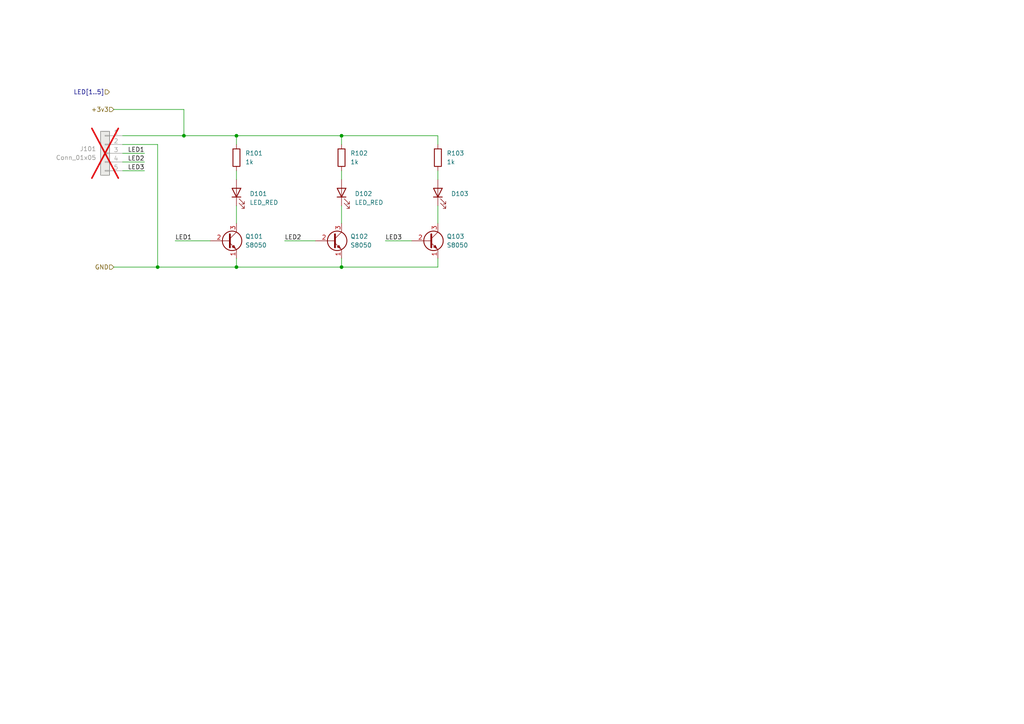
<source format=kicad_sch>
(kicad_sch (version 20231120) (generator "eeschema") (generator_version "8.0")
  (paper "A4")
  (title_block (title "xDuinoRail - LocDecoder - Development Kit") (date "2024-10-09") (rev "v0.2") (company "Chatelain Engineering, Bern - CH"))
  (lib_symbols
    (symbol "Connector_Generic:Conn_01x05" (pin_names (offset 1.016) hide)
      (property "Reference" "J" (at 0 7.62 0))
      (property "Value" "Conn_01x05" (at 0 -7.62 0))
      (symbol "Conn_01x05_1_1"
        (rectangle (start -1.27 -4.953) (end 0 -5.207) (stroke (width 0.1524)))
        (rectangle (start -1.27 -2.413) (end 0 -2.667) (stroke (width 0.1524)))
        (rectangle (start -1.27 0.127) (end 0 -0.127) (stroke (width 0.1524)))
        (rectangle (start -1.27 2.667) (end 0 2.413) (stroke (width 0.1524)))
        (rectangle (start -1.27 5.207) (end 0 4.953) (stroke (width 0.1524)))
        (rectangle (start -1.27 6.35) (end 1.27 -6.35) (stroke (width 0.254)) (fill (type background)))
        (pin passive line (at -5.08 5.08 0) (length 3.81) (name "Pin_1") (number "1"))
        (pin passive line (at -5.08 2.54 0) (length 3.81) (name "Pin_2") (number "2"))
        (pin passive line (at -5.08 0 0) (length 3.81) (name "Pin_3") (number "3"))
        (pin passive line (at -5.08 -2.54 0) (length 3.81) (name "Pin_4") (number "4"))
        (pin passive line (at -5.08 -5.08 0) (length 3.81) (name "Pin_5") (number "5"))
      )
    )
    (symbol "Device:LED" (pin_numbers hide) (pin_names (offset 1.016) hide)
      (property "Reference" "D" (at 0 2.54 0))
      (property "Value" "LED" (at 0 -2.54 0))
      (symbol "LED_0_1"
        (polyline (pts (xy -1.27 -1.27) (xy -1.27 1.27)) (stroke (width 0.254)))
        (polyline (pts (xy -1.27 0) (xy 1.27 0)))
        (polyline (pts (xy 1.27 -1.27) (xy 1.27 1.27) (xy -1.27 0) (xy 1.27 -1.27)) (stroke (width 0.254)))
        (polyline (pts (xy -3.048 -0.762) (xy -4.572 -2.286) (xy -3.81 -2.286) (xy -4.572 -2.286) (xy -4.572 -1.524)))
        (polyline (pts (xy -1.778 -0.762) (xy -3.302 -2.286) (xy -2.54 -2.286) (xy -3.302 -2.286) (xy -3.302 -1.524)))
      )
      (symbol "LED_1_1"
        (pin passive line (at -3.81 0 0) (length 2.54) (name "K") (number "1"))
        (pin passive line (at 3.81 0 180) (length 2.54) (name "A") (number "2"))
      )
    )
    (symbol "Device:R" (pin_numbers hide) (pin_names (offset 0))
      (property "Reference" "R" (at 2.032 0 90))
      (property "Value" "R" (at 0 0 90))
      (symbol "R_0_1"
        (rectangle (start -1.016 -2.54) (end 1.016 2.54) (stroke (width 0.254)))
      )
      (symbol "R_1_1"
        (pin passive line (at 0 3.81 270) (length 1.27) (name "~") (number "1"))
        (pin passive line (at 0 -3.81 90) (length 1.27) (name "~") (number "2"))
      )
    )
    (symbol "Transistor_BJT:S8050" (pin_names (offset 0) hide)
      (property "Reference" "Q" (at 5.08 1.905 0))
      (property "Value" "S8050" (at 5.08 0 0))
      (symbol "S8050_0_1"
        (polyline (pts (xy 0 0) (xy 0.635 0)))
        (polyline (pts (xy 0.635 0.635) (xy 2.54 2.54)))
        (polyline (pts (xy 0.635 -0.635) (xy 2.54 -2.54) (xy 2.54 -2.54)))
        (polyline (pts (xy 0.635 1.905) (xy 0.635 -1.905) (xy 0.635 -1.905)) (stroke (width 0.508)))
        (polyline (pts (xy 1.27 -1.778) (xy 1.778 -1.27) (xy 2.286 -2.286) (xy 1.27 -1.778) (xy 1.27 -1.778)) (fill (type outline)))
        (circle (center 1.27 0) (radius 2.8194) (stroke (width 0.254)))
      )
      (symbol "S8050_1_1"
        (pin passive line (at 2.54 -5.08 90) (length 2.54) (name "E") (number "1"))
        (pin input line (at -5.08 0 0) (length 5.08) (name "B") (number "2"))
        (pin passive line (at 2.54 5.08 270) (length 2.54) (name "C") (number "3"))
      )
    )
  )
  (junction (at 68.58 39.37))
  (junction (at 45.72 77.47))
  (junction (at 68.58 77.47))
  (junction (at 53.34 39.37))
  (junction (at 99.06 39.37))
  (junction (at 99.06 77.47))
  (wire (pts (xy 68.58 77.47) (xy 99.06 77.47)))
  (wire (pts (xy 82.55 69.85) (xy 91.44 69.85)))
  (wire (pts (xy 35.56 41.91) (xy 45.72 41.91)))
  (wire (pts (xy 127 74.93) (xy 127 77.47)))
  (wire (pts (xy 127 49.53) (xy 127 52.07)))
  (wire (pts (xy 45.72 41.91) (xy 45.72 77.47)))
  (wire (pts (xy 60.96 69.85) (xy 50.8 69.85)))
  (wire (pts (xy 53.34 39.37) (xy 68.58 39.37)))
  (wire (pts (xy 35.56 39.37) (xy 53.34 39.37)))
  (wire (pts (xy 35.56 49.53) (xy 41.91 49.53)))
  (wire (pts (xy 119.38 69.85) (xy 111.76 69.85)))
  (wire (pts (xy 127 39.37) (xy 127 41.91)))
  (wire (pts (xy 68.58 49.53) (xy 68.58 52.07)))
  (wire (pts (xy 99.06 74.93) (xy 99.06 77.47)))
  (wire (pts (xy 68.58 39.37) (xy 68.58 41.91)))
  (wire (pts (xy 99.06 49.53) (xy 99.06 52.07)))
  (wire (pts (xy 127 59.69) (xy 127 64.77)))
  (wire (pts (xy 33.02 31.75) (xy 53.34 31.75)))
  (wire (pts (xy 99.06 39.37) (xy 99.06 41.91)))
  (wire (pts (xy 33.02 77.47) (xy 45.72 77.47)))
  (wire (pts (xy 68.58 39.37) (xy 99.06 39.37)))
  (wire (pts (xy 53.34 31.75) (xy 53.34 39.37)))
  (wire (pts (xy 35.56 44.45) (xy 41.91 44.45)))
  (wire (pts (xy 99.06 39.37) (xy 127 39.37)))
  (wire (pts (xy 68.58 59.69) (xy 68.58 64.77)))
  (wire (pts (xy 99.06 59.69) (xy 99.06 64.77)))
  (wire (pts (xy 68.58 74.93) (xy 68.58 77.47)))
  (wire (pts (xy 45.72 77.47) (xy 68.58 77.47)))
  (wire (pts (xy 99.06 77.47) (xy 127 77.47)))
  (wire (pts (xy 35.56 46.99) (xy 41.91 46.99)))
  (label "LED3" (at 111.76 69.85 0))
  (label "LED1" (at 50.8 69.85 0))
  (label "LED2" (at 41.91 46.99 180))
  (label "LED1" (at 41.91 44.45 180))
  (label "LED3" (at 41.91 49.53 180))
  (label "LED2" (at 82.55 69.85 0))
  (hierarchical_label "GND" (shape input) (at 33.02 77.47 180))
  (hierarchical_label "+3v3" (shape input) (at 33.02 31.75 180))
  (hierarchical_label "LED[1..5]" (shape input) (at 31.75 26.67 180))
  (symbol (lib_id "Device:LED") (at 127 55.88 90) (unit 1)
    (property "Reference" "D103" (at 130.81 56.1974 90) (effects (justify right)))
    (property "Value" "LED_RED" (effects (hide yes)))
    (property "Footprint" "LED_SMD:LED_0603_1608Metric_Pad1.05x0.95mm_HandSolder" (effects (hide yes)))
    (property "Description" "Light emitting diode" (effects (hide yes)))
    (property "OLI_ID" "LED-RED_0603" (effects (hide yes)))
  )
  (symbol (lib_id "Connector_Generic:Conn_01x05") (at 30.48 44.45 0) (mirror y) (unit 1) (dnp yes)
    (property "Reference" "J101" (at 27.94 43.1799 0) (effects (justify left)))
    (property "Value" "Conn_01x05" (at 27.94 45.7199 0) (effects (justify left)))
    (property "Footprint" "Connector_PinSocket_2.54mm:PinSocket_1x05_P2.54mm_Vertical" (effects (hide yes)))
    (property "Description" "Generic connector, single row, 01x05, script generated (kicad-library-utils/schlib/autogen/connector/)" (effects (hide yes)))
  )
  (symbol (lib_id "Transistor_BJT:S8050") (at 124.46 69.85 0) (unit 1)
    (property "Reference" "Q103" (at 129.54 68.58 0) (effects (justify left)))
    (property "Value" "S8050" (at 129.54 71.12 0) (effects (justify left)))
    (property "Footprint" "xDuinoRail:8x50_SOT-23" (effects (hide yes)))
    (property "Datasheet" "http://www.unisonic.com.tw/datasheet/S8050.pdf" (effects (hide yes)))
    (property "Description" "0.7A Ic, 20V Vce, Low Voltage High Current NPN Transistor, TO-92" (effects (hide yes)))
    (property "LCSC" "C2150" (effects (hide yes)))
    (property "OLI_ID" "S8050-J3Y_SOT-23" (effects (hide yes)))
    (property "Sim.Device" "NPN" (effects (hide yes)))
    (property "Sim.Pins" "1=E 2=B 3=C" (effects (hide yes)))
    (property "Sim.Type" "GUMMELPOON" (effects (hide yes)))
    (property "Sim.Library" "__ltspice\\8x50.lib" (effects (hide yes)))
    (property "Sim.Name" "S8050" (effects (hide yes)))
  )
  (symbol (lib_id "Device:R") (at 68.58 45.72 0) (unit 1)
    (property "Reference" "R101" (at 71.12 44.4499 0) (effects (justify left)))
    (property "Value" "1k" (at 71.12 46.9899 0) (effects (justify left)))
    (property "Footprint" "Resistor_SMD:R_0805_2012Metric_Pad1.20x1.40mm_HandSolder" (effects (hide yes)))
    (property "Description" "Resistor" (effects (hide yes)))
    (property "OLI_ID" "1k_0805" (effects (hide yes)))
  )
  (symbol (lib_id "Device:LED") (at 99.06 55.88 90) (unit 1)
    (property "Reference" "D102" (at 102.87 56.1974 90) (effects (justify right)))
    (property "Value" "LED_RED" (at 102.87 58.7374 90) (effects (justify right)))
    (property "Footprint" "LED_SMD:LED_0603_1608Metric_Pad1.05x0.95mm_HandSolder" (effects (hide yes)))
    (property "Description" "Light emitting diode" (effects (hide yes)))
    (property "OLI_ID" "LED-RED_0603" (effects (hide yes)))
  )
  (symbol (lib_id "Transistor_BJT:S8050") (at 66.04 69.85 0) (unit 1)
    (property "Reference" "Q101" (at 71.12 68.58 0) (effects (justify left)))
    (property "Value" "S8050" (at 71.12 71.12 0) (effects (justify left)))
    (property "Footprint" "xDuinoRail:8x50_SOT-23" (effects (hide yes)))
    (property "Datasheet" "http://www.unisonic.com.tw/datasheet/S8050.pdf" (effects (hide yes)))
    (property "Description" "0.7A Ic, 20V Vce, Low Voltage High Current NPN Transistor, TO-92" (effects (hide yes)))
    (property "LCSC" "C2150" (effects (hide yes)))
    (property "OLI_ID" "S8050-J3Y_SOT-23" (effects (hide yes)))
    (property "Sim.Device" "NPN" (effects (hide yes)))
    (property "Sim.Pins" "1=E 2=B 3=C" (effects (hide yes)))
    (property "Sim.Type" "GUMMELPOON" (effects (hide yes)))
    (property "Sim.Library" "__ltspice\\8x50.lib" (effects (hide yes)))
    (property "Sim.Name" "S8050" (effects (hide yes)))
  )
  (symbol (lib_id "Device:R") (at 127 45.72 0) (unit 1)
    (property "Reference" "R103" (at 129.54 44.4499 0) (effects (justify left)))
    (property "Value" "1k" (at 129.54 46.9899 0) (effects (justify left)))
    (property "Footprint" "Resistor_SMD:R_0805_2012Metric_Pad1.20x1.40mm_HandSolder" (effects (hide yes)))
    (property "Description" "Resistor" (effects (hide yes)))
    (property "OLI_ID" "1k_0805" (effects (hide yes)))
  )
  (symbol (lib_id "Device:LED") (at 68.58 55.88 90) (unit 1)
    (property "Reference" "D101" (at 72.39 56.1974 90) (effects (justify right)))
    (property "Value" "LED_RED" (at 72.39 58.7374 90) (effects (justify right)))
    (property "Footprint" "LED_SMD:LED_0603_1608Metric_Pad1.05x0.95mm_HandSolder" (effects (hide yes)))
    (property "Description" "Light emitting diode" (effects (hide yes)))
    (property "OLI_ID" "LED-RED_0603" (effects (hide yes)))
  )
  (symbol (lib_id "Device:R") (at 99.06 45.72 0) (unit 1)
    (property "Reference" "R102" (at 101.6 44.4499 0) (effects (justify left)))
    (property "Value" "1k" (at 101.6 46.9899 0) (effects (justify left)))
    (property "Footprint" "Resistor_SMD:R_0805_2012Metric_Pad1.20x1.40mm_HandSolder" (effects (hide yes)))
    (property "Description" "Resistor" (effects (hide yes)))
    (property "OLI_ID" "1k_0805" (effects (hide yes)))
  )
  (symbol (lib_id "Transistor_BJT:S8050") (at 96.52 69.85 0) (unit 1)
    (property "Reference" "Q102" (at 101.6 68.58 0) (effects (justify left)))
    (property "Value" "S8050" (at 101.6 71.12 0) (effects (justify left)))
    (property "Footprint" "xDuinoRail:8x50_SOT-23" (effects (hide yes)))
    (property "Datasheet" "http://www.unisonic.com.tw/datasheet/S8050.pdf" (effects (hide yes)))
    (property "Description" "0.7A Ic, 20V Vce, Low Voltage High Current NPN Transistor, TO-92" (effects (hide yes)))
    (property "LCSC" "C2150" (effects (hide yes)))
    (property "OLI_ID" "S8050-J3Y_SOT-23" (effects (hide yes)))
    (property "Sim.Device" "NPN" (effects (hide yes)))
    (property "Sim.Pins" "1=E 2=B 3=C" (effects (hide yes)))
    (property "Sim.Type" "GUMMELPOON" (effects (hide yes)))
    (property "Sim.Library" "__ltspice\\8x50.lib" (effects (hide yes)))
    (property "Sim.Name" "S8050" (effects (hide yes)))
  )
)
</source>
